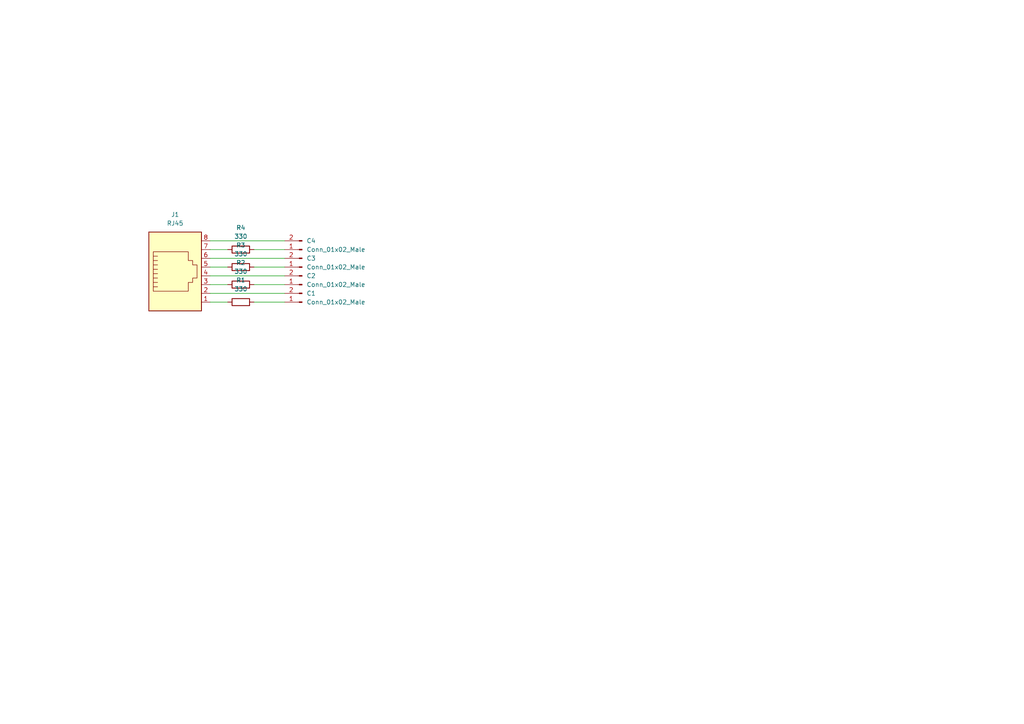
<source format=kicad_sch>
(kicad_sch (version 20211123) (generator eeschema)
  (paper "A4")
  (lib_symbols
    (symbol "Connector:Conn_01x02_Male" (pin_names (offset 1.016) hide)
      (property "Reference" "J" (at 0 2.54 0))
      (property "Value" "Conn_01x02_Male" (at 0 -5.08 0))
      (symbol "Conn_01x02_Male_1_1"
        (polyline (pts (xy 1.27 -2.54) (xy 0.8636 -2.54)) (stroke (width 0.1524)))
        (polyline (pts (xy 1.27 0) (xy 0.8636 0)) (stroke (width 0.1524)))
        (rectangle (start 0.8636 -2.413) (end 0 -2.667) (stroke (width 0.1524)) (fill (type outline)))
        (rectangle (start 0.8636 0.127) (end 0 -0.127) (stroke (width 0.1524)) (fill (type outline)))
        (pin passive line (at 5.08 0 180) (length 3.81) (name "Pin_1") (number "1"))
        (pin passive line (at 5.08 -2.54 180) (length 3.81) (name "Pin_2") (number "2"))
      )
    )
    (symbol "Connector:RJ45" (pin_names (offset 1.016))
      (property "Reference" "J" (at -5.08 13.97 0))
      (property "Value" "RJ45" (at 2.54 13.97 0))
      (symbol "RJ45_0_1"
        (polyline (pts (xy -5.08 4.445) (xy -6.35 4.445)))
        (polyline (pts (xy -5.08 5.715) (xy -6.35 5.715)))
        (polyline (pts (xy -6.35 -3.175) (xy -5.08 -3.175) (xy -5.08 -3.175)))
        (polyline (pts (xy -6.35 -1.905) (xy -5.08 -1.905) (xy -5.08 -1.905)))
        (polyline (pts (xy -6.35 -0.635) (xy -5.08 -0.635) (xy -5.08 -0.635)))
        (polyline (pts (xy -6.35 0.635) (xy -5.08 0.635) (xy -5.08 0.635)))
        (polyline (pts (xy -6.35 1.905) (xy -5.08 1.905) (xy -5.08 1.905)))
        (polyline (pts (xy -5.08 3.175) (xy -6.35 3.175) (xy -6.35 3.175)))
        (polyline (pts (xy -6.35 -4.445) (xy -6.35 6.985) (xy 3.81 6.985) (xy 3.81 4.445) (xy 5.08 4.445) (xy 5.08 3.175) (xy 6.35 3.175) (xy 6.35 -0.635) (xy 5.08 -0.635) (xy 5.08 -1.905) (xy 3.81 -1.905) (xy 3.81 -4.445) (xy -6.35 -4.445) (xy -6.35 -4.445)))
        (rectangle (start 7.62 12.7) (end -7.62 -10.16) (stroke (width 0.254)) (fill (type background)))
      )
      (symbol "RJ45_1_1"
        (pin passive line (at 10.16 -7.62 180) (length 2.54) (name "~") (number "1"))
        (pin passive line (at 10.16 -5.08 180) (length 2.54) (name "~") (number "2"))
        (pin passive line (at 10.16 -2.54 180) (length 2.54) (name "~") (number "3"))
        (pin passive line (at 10.16 0 180) (length 2.54) (name "~") (number "4"))
        (pin passive line (at 10.16 2.54 180) (length 2.54) (name "~") (number "5"))
        (pin passive line (at 10.16 5.08 180) (length 2.54) (name "~") (number "6"))
        (pin passive line (at 10.16 7.62 180) (length 2.54) (name "~") (number "7"))
        (pin passive line (at 10.16 10.16 180) (length 2.54) (name "~") (number "8"))
      )
    )
    (symbol "Device:R" (pin_numbers hide) (pin_names (offset 0))
      (property "Reference" "R" (at 2.032 0 90))
      (property "Value" "R" (at 0 0 90))
      (symbol "R_0_1"
        (rectangle (start -1.016 -2.54) (end 1.016 2.54) (stroke (width 0.254)))
      )
      (symbol "R_1_1"
        (pin passive line (at 0 3.81 270) (length 1.27) (name "~") (number "1"))
        (pin passive line (at 0 -3.81 90) (length 1.27) (name "~") (number "2"))
      )
    )
  )
  (wire (pts (xy 60.96 72.39) (xy 66.04 72.39)))
  (wire (pts (xy 73.66 72.39) (xy 82.55 72.39)))
  (wire (pts (xy 60.96 85.09) (xy 82.55 85.09)))
  (wire (pts (xy 60.96 80.01) (xy 82.55 80.01)))
  (wire (pts (xy 73.66 77.47) (xy 82.55 77.47)))
  (wire (pts (xy 73.66 87.63) (xy 82.55 87.63)))
  (wire (pts (xy 60.96 77.47) (xy 66.04 77.47)))
  (wire (pts (xy 60.96 87.63) (xy 66.04 87.63)))
  (wire (pts (xy 60.96 74.93) (xy 82.55 74.93)))
  (wire (pts (xy 73.66 82.55) (xy 82.55 82.55)))
  (wire (pts (xy 60.96 69.85) (xy 82.55 69.85)))
  (wire (pts (xy 60.96 82.55) (xy 66.04 82.55)))
  (symbol (lib_id "Device:R") (at 69.85 77.47 90) (unit 1)
    (property "Reference" "R3" (at 69.85 71.12 90))
    (property "Value" "330" (at 69.85 73.66 90))
    (property "Footprint" "Resistor_THT:R_Axial_DIN0414_L11.9mm_D4.5mm_P20.32mm_Horizontal" (effects hide))
  )
  (symbol (lib_id "Device:R") (at 69.85 82.55 90) (unit 1)
    (property "Reference" "R2" (at 69.85 76.2 90))
    (property "Value" "330" (at 69.85 78.74 90))
    (property "Footprint" "Resistor_THT:R_Axial_DIN0414_L11.9mm_D4.5mm_P20.32mm_Horizontal" (effects hide))
  )
  (symbol (lib_id "Connector:Conn_01x02_Male") (at 87.63 82.55 180) (unit 1)
    (property "Reference" "C2" (at 88.9 80.0099 0) (effects (justify right)))
    (property "Value" "Conn_01x02_Male" (at 88.9 82.5499 0) (effects (justify right)))
    (property "Footprint" "Connector_PinSocket_2.54mm:PinSocket_1x02_P2.54mm_Vertical" (effects hide))
  )
  (symbol (lib_id "Device:R") (at 69.85 87.63 90) (unit 1)
    (property "Reference" "R1" (at 69.85 81.28 90))
    (property "Value" "330" (at 69.85 83.82 90))
    (property "Footprint" "Resistor_THT:R_Axial_DIN0414_L11.9mm_D4.5mm_P20.32mm_Horizontal" (effects hide))
  )
  (symbol (lib_id "Connector:Conn_01x02_Male") (at 87.63 72.39 180) (unit 1)
    (property "Reference" "C4" (at 88.9 69.8499 0) (effects (justify right)))
    (property "Value" "Conn_01x02_Male" (at 88.9 72.3899 0) (effects (justify right)))
    (property "Footprint" "Connector_PinSocket_2.54mm:PinSocket_1x02_P2.54mm_Vertical" (effects hide))
  )
  (symbol (lib_id "Connector:Conn_01x02_Male") (at 87.63 77.47 180) (unit 1)
    (property "Reference" "C3" (at 88.9 74.9299 0) (effects (justify right)))
    (property "Value" "Conn_01x02_Male" (at 88.9 77.4699 0) (effects (justify right)))
    (property "Footprint" "Connector_PinSocket_2.54mm:PinSocket_1x02_P2.54mm_Vertical" (effects hide))
  )
  (symbol (lib_id "Device:R") (at 69.85 72.39 90) (unit 1)
    (property "Reference" "R4" (at 69.85 66.04 90))
    (property "Value" "330" (at 69.85 68.58 90))
    (property "Footprint" "Resistor_THT:R_Axial_DIN0414_L11.9mm_D4.5mm_P20.32mm_Horizontal" (effects hide))
  )
  (symbol (lib_id "Connector:Conn_01x02_Male") (at 87.63 87.63 180) (unit 1)
    (property "Reference" "C1" (at 88.9 85.0899 0) (effects (justify right)))
    (property "Value" "Conn_01x02_Male" (at 88.9 87.6299 0) (effects (justify right)))
    (property "Footprint" "Connector_PinSocket_2.54mm:PinSocket_1x02_P2.54mm_Vertical" (effects hide))
  )
  (symbol (lib_id "Connector:RJ45") (at 50.8 80.01 0) (unit 1)
    (property "Reference" "J1" (at 50.8 62.23 0))
    (property "Value" "RJ45" (at 50.8 64.77 0))
    (property "Footprint" "Connector_RJ:RJ45_Amphenol_54602-x08_Horizontal" (effects hide))
  )
)
</source>
